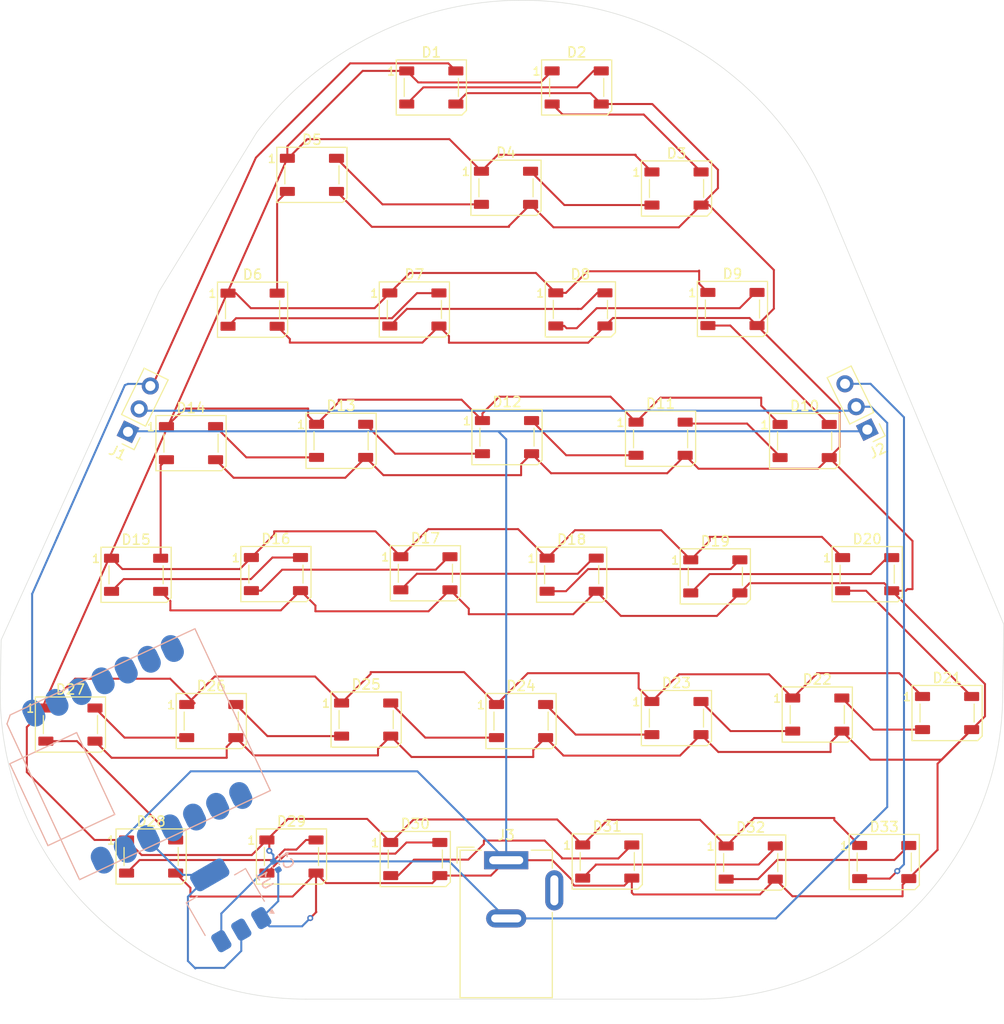
<source format=kicad_pcb>
(kicad_pcb (version 20241229) (generator "pcbnew") (generator_version "9.0")
  (layers (0 "F.Cu" signal) (2 "B.Cu" signal) (13 "F.Paste" user) (15 "B.Paste" user) (5 "F.SilkS" user "F.Silkscreen") (7 "B.SilkS" user "B.Silkscreen") (1 "F.Mask" user) (3 "B.Mask" user) (25 "Edge.Cuts" user))
  (net 0 "")
  (net 1 "GND")
  (net 2 "VCC")
  (net 3 "LEDs")
  (net 4 "Net-(D1-DOUT)")
  (net 5 "Net-(D2-DOUT)")
  (net 6 "Net-(D3-DOUT)")
  (net 7 "Net-(D4-DOUT)")
  (net 8 "Net-(D5-DOUT)")
  (net 9 "Net-(D6-DOUT)")
  (net 10 "Net-(D7-DOUT)")
  (net 11 "Net-(D8-DOUT)")
  (net 12 "Net-(D10-DIN)")
  (net 13 "Net-(D10-DOUT)")
  (net 14 "Net-(D11-DOUT)")
  (net 15 "Net-(D12-DOUT)")
  (net 16 "Net-(D13-DOUT)")
  (net 17 "Net-(D14-DOUT)")
  (net 18 "Net-(D15-DOUT)")
  (net 19 "Net-(D16-DOUT)")
  (net 20 "Net-(D17-DOUT)")
  (net 21 "Net-(D18-DOUT)")
  (net 22 "Net-(D19-DOUT)")
  (net 23 "Net-(D20-DOUT)")
  (net 24 "Net-(D21-DOUT)")
  (net 25 "Net-(D22-DOUT)")
  (net 26 "Net-(D23-DOUT)")
  (net 27 "Net-(D24-DOUT)")
  (net 28 "Net-(D25-DOUT)")
  (net 29 "Net-(D26-DOUT)")
  (net 30 "Net-(D27-DOUT)")
  (net 31 "Net-(D28-DOUT)")
  (net 32 "Net-(D29-DOUT)")
  (net 33 "Net-(D30-DOUT)")
  (net 34 "Net-(D31-DOUT)")
  (net 35 "Net-(D32-DOUT)")
  (net 36 "DO")
  (net 48 "+5V")
  (footprint "LED_SMD:LED_WS2812B_PLCC4_5.0x5.0mm_P3.2mm" (layer "F.Cu") (at 144.31 73.63)
    (property "Reference" "D7")
    (property "Value" "WS2812B")
  )
  (footprint "MountingHole:MountingHole_3.2mm_M3" (layer "F.Cu") (at 170.57 138.69)
    (property "Reference" "REF**" (hide yes))
    (property "Value" "MountingHole_3.2mm_M3")
  )
  (footprint "LED_SMD:LED_WS2812B_PLCC4_5.0x5.0mm_P3.2mm" (layer "F.Cu") (at 137 86.72)
    (property "Reference" "D13")
    (property "Value" "WS2812B")
  )
  (footprint "LED_SMD:LED_WS2812B_PLCC4_5.0x5.0mm_P3.2mm" (layer "F.Cu") (at 177.86 128.75)
    (property "Reference" "D32")
    (property "Value" "WS2812B")
  )
  (footprint "LED_SMD:LED_WS2812B_PLCC4_5.0x5.0mm_P3.2mm" (layer "F.Cu") (at 168.87 86.51)
    (property "Reference" "D11")
    (property "Value" "WS2812B")
  )
  (footprint "LED_SMD:LED_WS2812B_PLCC4_5.0x5.0mm_P3.2mm" (layer "F.Cu") (at 184.5 114)
    (property "Reference" "D22")
    (property "Value" "WS2812B")
  )
  (footprint "Connector_PinHeader_2.54mm:PinHeader_1x03_P2.54mm_Vertical" (layer "F.Cu") (at 189.493463 85.602937 -154)
    (property "Reference" "J2")
    (property "Value" "Conn_01x03")
  )
  (footprint "Connector_BarrelJack:BarrelJack_Wuerth_6941xx301002" (layer "F.Cu") (at 153.47 128.52)
    (property "Reference" "J3")
    (property "Value" "Barrel_Jack_Switch_Pin3Ring")
  )
  (footprint "LED_SMD:LED_WS2812B_PLCC4_5.0x5.0mm_P3.2mm" (layer "F.Cu") (at 132.05 128.15)
    (property "Reference" "D29")
    (property "Value" "WS2812B")
  )
  (footprint "LED_SMD:LED_WS2812B_PLCC4_5.0x5.0mm_P3.2mm" (layer "F.Cu") (at 145.41 99.92)
    (property "Reference" "D17")
    (property "Value" "WS2812B")
  )
  (footprint "LED_SMD:LED_WS2812B_PLCC4_5.0x5.0mm_P3.2mm" (layer "F.Cu") (at 160.87 73.62)
    (property "Reference" "D8")
    (property "Value" "WS2812B")
  )
  (footprint "LED_SMD:LED_WS2812B_PLCC4_5.0x5.0mm_P3.2mm" (layer "F.Cu") (at 189.48 100.01)
    (property "Reference" "D20")
    (property "Value" "WS2812B")
  )
  (footprint "MountingHole:MountingHole_3.2mm_M3" (layer "F.Cu") (at 153.34 46.59)
    (property "Reference" "REF**" (hide yes))
    (property "Value" "MountingHole_3.2mm_M3")
  )
  (footprint "LED_SMD:LED_WS2812B_PLCC4_5.0x5.0mm_P3.2mm" (layer "F.Cu") (at 170.45 114.35)
    (property "Reference" "D23")
    (property "Value" "WS2812B")
  )
  (footprint "LED_SMD:LED_WS2812B_PLCC4_5.0x5.0mm_P3.2mm" (layer "F.Cu") (at 153.45 61.5)
    (property "Reference" "D4")
    (property "Value" "WS2812B")
  )
  (footprint "LED_SMD:LED_WS2812B_PLCC4_5.0x5.0mm_P3.2mm" (layer "F.Cu") (at 174.33 100.23)
    (property "Reference" "D19")
    (property "Value" "WS2812B")
  )
  (footprint "LED_SMD:LED_WS2812B_PLCC4_5.0x5.0mm_P3.2mm" (layer "F.Cu") (at 154.95 114.65)
    (property "Reference" "D24")
    (property "Value" "WS2812B" (hide yes))
  )
  (footprint "LED_SMD:LED_WS2812B_PLCC4_5.0x5.0mm_P3.2mm" (layer "F.Cu") (at 110 115)
    (property "Reference" "D27")
    (property "Value" "WS2812B")
  )
  (footprint "LED_SMD:LED_WS2812B_PLCC4_5.0x5.0mm_P3.2mm" (layer "F.Cu") (at 153.55 86.35)
    (property "Reference" "D12")
    (property "Value" "WS2812B")
  )
  (footprint "LED_SMD:LED_WS2812B_PLCC4_5.0x5.0mm_P3.2mm" (layer "F.Cu") (at 144.4 128.4)
    (property "Reference" "D30")
    (property "Value" "WS2812B")
  )
  (footprint "LED_SMD:LED_WS2812B_PLCC4_5.0x5.0mm_P3.2mm" (layer "F.Cu") (at 160.5 51.5)
    (property "Reference" "D2")
    (property "Value" "WS2812B")
  )
  (footprint "LED_SMD:LED_WS2812B_PLCC4_5.0x5.0mm_P3.2mm" (layer "F.Cu") (at 134.09 60.21)
    (property "Reference" "D5")
    (property "Value" "WS2812B")
  )
  (footprint "LED_SMD:LED_WS2812B_PLCC4_5.0x5.0mm_P3.2mm" (layer "F.Cu") (at 191.18 128.7)
    (property "Reference" "D33")
    (property "Value" "WS2812B")
  )
  (footprint "LED_SMD:LED_WS2812B_PLCC4_5.0x5.0mm_P3.2mm" (layer "F.Cu") (at 118.05 128.15)
    (property "Reference" "D28")
    (property "Value" "WS2812B")
  )
  (footprint "LED_SMD:LED_WS2812B_PLCC4_5.0x5.0mm_P3.2mm" (layer "F.Cu") (at 130.5 100)
    (property "Reference" "D16")
    (property "Value" "WS2812B")
  )
  (footprint "LED_SMD:LED_WS2812B_PLCC4_5.0x5.0mm_P3.2mm" (layer "F.Cu") (at 170.46 61.57)
    (property "Reference" "D3")
    (property "Value" "WS2812B")
  )
  (footprint "LED_SMD:LED_WS2812B_PLCC4_5.0x5.0mm_P3.2mm" (layer "F.Cu") (at 163.55 128.65)
    (property "Reference" "D31")
    (property "Value" "WS2812B")
  )
  (footprint "LED_SMD:LED_WS2812B_PLCC4_5.0x5.0mm_P3.2mm" (layer "F.Cu") (at 122.03 86.95)
    (property "Reference" "D14")
    (property "Value" "WS2812B")
  )
  (footprint "LED_SMD:LED_WS2812B_PLCC4_5.0x5.0mm_P3.2mm" (layer "F.Cu") (at 146 51.5)
    (property "Reference" "D1")
    (property "Value" "WS2812B")
  )
  (footprint "LED_SMD:LED_WS2812B_PLCC4_5.0x5.0mm_P3.2mm" (layer "F.Cu") (at 124.05 114.65)
    (property "Reference" "D26")
    (property "Value" "WS2812B")
  )
  (footprint "LED_SMD:LED_WS2812B_PLCC4_5.0x5.0mm_P3.2mm" (layer "F.Cu") (at 183.24 86.74)
    (property "Reference" "D10")
    (property "Value" "WS2812B")
  )
  (footprint "LED_SMD:LED_WS2812B_PLCC4_5.0x5.0mm_P3.2mm" (layer "F.Cu") (at 176.04 73.58)
    (property "Reference" "D9")
    (property "Value" "WS2812B")
  )
  (footprint "LED_SMD:LED_WS2812B_PLCC4_5.0x5.0mm_P3.2mm" (layer "F.Cu") (at 116.55 100.07)
    (property "Reference" "D15")
    (property "Value" "WS2812B")
  )
  (footprint "LED_SMD:LED_WS2812B_PLCC4_5.0x5.0mm_P3.2mm" (layer "F.Cu") (at 160 100.06)
    (property "Reference" "D18")
    (property "Value" "WS2812B")
  )
  (footprint "LED_SMD:LED_WS2812B_PLCC4_5.0x5.0mm_P3.2mm" (layer "F.Cu") (at 197.45 113.85)
    (property "Reference" "D21")
    (property "Value" "WS2812B")
  )
  (footprint "MountingHole:MountingHole_3.2mm_M3" (layer "F.Cu") (at 136.8 137.51)
    (property "Reference" "Not M3" (hide yes))
    (property "Value" "MountingHole_3.2mm_M3")
  )
  (footprint "LED_SMD:LED_WS2812B_PLCC4_5.0x5.0mm_P3.2mm" (layer "F.Cu") (at 139.5 114.5)
    (property "Reference" "D25")
    (property "Value" "WS2812B")
  )
  (footprint "LED_SMD:LED_WS2812B_PLCC4_5.0x5.0mm_P3.2mm" (layer "F.Cu") (at 128.17 73.65)
    (property "Reference" "D6")
    (property "Value" "WS2812B")
  )
  (footprint "Connector_PinHeader_2.54mm:PinHeader_1x03_P2.54mm_Vertical" (layer "F.Cu") (at 115.743113 85.819455 154)
    (property "Reference" "J1")
    (property "Value" "Conn_01x03")
  )
  (footprint "Capacitor_SMD:C_0402_1005Metric" (layer "B.Cu") (at 130.49 129.05 120)
    (property "Reference" "C1")
    (property "Value" "1000uf")
  )
  (footprint "xiao ESP32C3_PCB:MOUDLE14P-SMD-2.54-21X17.8MM" (layer "B.Cu") (at 122.419411 105.44539 -65)
    (property "Reference" "U2" (hide yes))
    (property "Value" "MOUDLE-SEEEDUINO-XIAO-ESP32C3")
  )
  (footprint "Package_TO_SOT_SMD:SOT-223-3_TabPin2" (layer "B.Cu") (at 125.47 132.71 120)
    (property "Reference" "U1")
    (property "Value" "AMS1117-3.3")
  )
  (gr_line (start 131.66 58.51) (end 107.18 113.365051) (stroke (width 0.2)) (layer "F.Cu") (net 48))
  (gr_line (start 118.39 80.76) (end 128.5 58.5) (stroke (width 0.2)) (layer "F.Cu") (net 3))
  (gr_line (start 108.67 96.38) (end 109.35 94.86) (stroke (width 0.2)) (layer "B.Cu") (net 3))
  (gr_line (start 203 111.86) (end 203.11 105.03) (stroke (width 0.05)) (layer "Edge.Cuts"))
  (gr_arc (start 203 111.865053) (mid 194.066757 133.43181) (end 172.5 142.365053) (stroke (width 0.05)) (layer "Edge.Cuts"))
  (gr_arc (start 128.57 56) (mid 159.524452 43.112592) (end 185.891627 63.825765) (stroke (width 0.05)) (layer "Edge.Cuts"))
  (gr_line (start 172.5 142.365053) (end 133.5 142.365053) (stroke (width 0.05)) (layer "Edge.Cuts"))
  (gr_line (start 203.11 105.03) (end 185.891627 63.825765) (stroke (width 0.05)) (layer "Edge.Cuts"))
  (gr_line (start 118.84 71.83) (end 103.09 106.57) (stroke (width 0.05)) (layer "Edge.Cuts"))
  (gr_arc (start 133.5 142.365053) (mid 111.933243 133.43181) (end 103 111.865053) (stroke (width 0.05)) (layer "Edge.Cuts"))
  (gr_line (start 118.84 71.83) (end 128.570001 56) (stroke (width 0.05)) (layer "Edge.Cuts"))
  (gr_line (start 103.09 106.57) (end 103 111.86) (stroke (width 0.05)) (layer "Edge.Cuts"))
  (segment (start 131.89 76.93) (end 145.11 76.93) (width 0.2) (layer "F.Cu") (net 1))
  (segment (start 160.049 130.50053) (end 160.049 130.824452) (width 0.2) (layer "F.Cu") (net 1))
  (segment (start 121.97 132.14) (end 132.16 132.14) (width 0.2) (layer "F.Cu") (net 1))
  (segment (start 134.5 129.8) (end 135.501 130.801) (width 0.2) (layer "F.Cu") (net 1))
  (segment (start 140.68 118.07) (end 140.68 117.42) (width 0.2) (layer "F.Cu") (net 1))
  (segment (start 156.17 118.23) (end 156.17 117.53) (width 0.2) (layer "F.Cu") (net 1))
  (segment (start 191.179 100.909) (end 191.93 101.66) (width 0.2) (layer "F.Cu") (net 1))
  (segment (start 148.45 53.15) (end 149.53 52.07) (width 0.2) (layer "F.Cu") (net 1))
  (segment (start 121.97 131.27) (end 121.97 132.14) (width 0.2) (layer "F.Cu") (net 1))
  (segment (start 153.75 65.3) (end 153.75 65.39) (width 0.2) (layer "F.Cu") (net 1))
  (segment (start 125.59 117.21) (end 126.5 116.3) (width 0.2) (layer "F.Cu") (net 1))
  (segment (start 189.8 118.5) (end 196.9 118.5) (width 0.2) (layer "F.Cu") (net 1))
  (segment (start 124.48 88.6) (end 126.28 90.4) (width 0.2) (layer "F.Cu") (net 1))
  (segment (start 193.34 101.66) (end 191.93 101.66) (width 0.2) (layer "F.Cu") (net 1))
  (segment (start 201.229021 110.959021) (end 191.93 101.66) (width 0.2) (layer "F.Cu") (net 1))
  (segment (start 184.58 89.5) (end 185.69 88.39) (width 0.2) (layer "F.Cu") (net 1))
  (segment (start 194 101.5) (end 193.5 101.5) (width 0.2) (layer "F.Cu") (net 1))
  (segment (start 161.87 52.07) (end 162.95 53.15) (width 0.2) (layer "F.Cu") (net 1))
  (segment (start 147.76 76.28) (end 146.76 75.28) (width 0.2) (layer "F.Cu") (net 1))
  (segment (start 137.42 90.4) (end 139.45 88.37) (width 0.2) (layer "F.Cu") (net 1))
  (segment (start 164.91 104.17) (end 162.45 101.71) (width 0.2) (layer "F.Cu") (net 1))
  (segment (start 182.02 132.11) (end 193.01 132.11) (width 0.2) (layer "F.Cu") (net 1))
  (segment (start 156 88) (end 157.95 89.95) (width 0.2) (layer "F.Cu") (net 1))
  (segment (start 144.03 118.23) (end 156.17 118.23) (width 0.2) (layer "F.Cu") (net 1))
  (segment (start 199.9 115.5) (end 201.229021 114.170979) (width 0.2) (layer "F.Cu") (net 1))
  (segment (start 151.94 130.05) (end 153.47 128.52) (width 0.2) (layer "F.Cu") (net 1))
  (segment (start 172.9 116) (end 174.63 117.73) (width 0.2) (layer "F.Cu") (net 1))
  (segment (start 186.741 83.481) (end 186.741 87.339) (width 0.2) (layer "F.Cu") (net 1))
  (segment (start 161.65 76.94) (end 147.76 76.94) (width 0.2) (layer "F.Cu") (net 1))
  (segment (start 162.95 53.15) (end 168.04 53.15) (width 0.2) (layer "F.Cu") (net 1))
  (segment (start 159.18 118.08) (end 159.18 118.09) (width 0.2) (layer "F.Cu") (net 1))
  (segment (start 130.62 75.3) (end 131.89 76.57) (width 0.2) (layer "F.Cu") (net 1))
  (segment (start 174.49 104.17) (end 164.91 104.17) (width 0.2) (layer "F.Cu") (net 1))
  (segment (start 132.16 132.14) (end 134.5 129.8) (width 0.2) (layer "F.Cu") (net 1))
  (segment (start 157.95 89.95) (end 169.53 89.95) (width 0.2) (layer "F.Cu") (net 1))
  (segment (start 196.5 127.5) (end 196.48 127.5) (width 0.2) (layer "F.Cu") (net 1))
  (segment (start 141.95 116.15) (end 144.03 118.23) (width 0.2) (layer "F.Cu") (net 1))
  (segment (start 149.74 104) (end 149.74 103.45) (width 0.2) (layer "F.Cu") (net 1))
  (segment (start 133.925 134.285) (end 134.53 133.68) (width 0.2) (layer "F.Cu") (net 1))
  (segment (start 158.19 65.44) (end 155.9 63.15) (width 0.2) (layer "F.Cu") (net 1))
  (segment (start 140.68 117.42) (end 141.95 116.15) (width 0.2) (layer "F.Cu") (net 1))
  (segment (start 155.9 63.15) (end 153.75 65.3) (width 0.2) (layer "F.Cu") (net 1))
  (segment (start 174.63 117.73) (end 185.83 117.73) (width 0.2) (layer "F.Cu") (net 1))
  (segment (start 172.66 89.5) (end 184.58 89.5) (width 0.2) (layer "F.Cu") (net 1))
  (segment (start 112.45 116.65) (end 114.11 118.31) (width 0.2) (layer "F.Cu") (net 1))
  (segment (start 154.96 89.04) (end 156 88) (width 0.2) (layer "F.Cu") (net 1))
  (segment (start 134.44 103.14) (end 132.95 101.65) (width 0.2) (layer "F.Cu") (net 1))
  (segment (start 169.53 89.95) (end 171.32 88.16) (width 0.2) (layer "F.Cu") (net 1))
  (segment (start 132.95 101.65) (end 130.98 103.62) (width 0.2) (layer "F.Cu") (net 1))
  (segment (start 158.06847 128.52) (end 160.049 130.50053) (width 0.2) (layer "F.Cu") (net 1))
  (segment (start 160.16 104) (end 149.74 104) (width 0.2) (layer "F.Cu") (net 1))
  (segment (start 186.741 87.339) (end 185.69 88.39) (width 0.2) (layer "F.Cu") (net 1))
  (segment (start 180.31 130.4) (end 178.78 131.93) (width 0.2) (layer "F.Cu") (net 1))
  (segment (start 145.72 103.71) (end 134.44 103.71) (width 0.2) (layer "F.Cu") (net 1))
  (segment (start 180.17 69.69) (end 180.17 73.55) (width 0.2) (layer "F.Cu") (net 1))
  (segment (start 126.28 90.4) (end 137.42 90.4) (width 0.2) (layer "F.Cu") (net 1))
  (segment (start 193.5 101.5) (end 193.34 101.66) (width 0.2) (layer "F.Cu") (net 1))
  (segment (start 199.9 115.5) (end 196.5 118.9) (width 0.2) (layer "F.Cu") (net 1))
  (segment (start 160.049 130.824452) (end 160.275548 131.051) (width 0.2) (layer "F.Cu") (net 1))
  (segment (start 196.9 118.5) (end 199.9 115.5) (width 0.2) (layer "F.Cu") (net 1))
  (segment (start 185.69 88.39) (end 194 96.7) (width 0.2) (layer "F.Cu") (net 1))
  (segment (start 164.111 74.479) (end 177.739 74.479) (width 0.2) (layer "F.Cu") (net 1))
  (segment (start 153.75 65.39) (end 140.07 65.39) (width 0.2) (layer "F.Cu") (net 1))
  (segment (start 176.78 101.88) (end 174.49 104.17) (width 0.2) (layer "F.Cu") (net 1))
  (segment (start 154.96 90.14) (end 154.96 89.04) (width 0.2) (layer "F.Cu") (net 1))
  (segment (start 178.78 131.93) (end 166.18 131.93) (width 0.2) (layer "F.Cu") (net 1))
  (segment (start 134.5 133.65) (end 134.5 129.8) (width 0.2) (layer "F.Cu") (net 1))
  (segment (start 185.83 117.73) (end 185.83 116.77) (width 0.2) (layer "F.Cu") (net 1))
  (segment (start 193.01 130.97) (end 193.63 130.35) (width 0.2) (layer "F.Cu") (net 1))
  (segment (start 131.89 76.57) (end 131.89 76.93) (width 0.2) (layer "F.Cu") (net 1))
  (segment (start 177.739 74.479) (end 178.49 75.23) (width 0.2) (layer "F.Cu") (net 1))
  (segment (start 139.45 88.37) (end 141.22 90.14) (width 0.2) (layer "F.Cu") (net 1))
  (segment (start 126.5 116.3) (end 128.27 118.07) (width 0.2) (layer "F.Cu") (net 1))
  (segment (start 114.11 118.31) (end 125.59 118.31) (width 0.2) (layer "F.Cu") (net 1))
  (segment (start 201.229021 114.170979) (end 201.229021 110.959021) (width 0.2) (layer "F.Cu") (net 1))
  (segment (start 162.45 101.71) (end 160.16 104) (width 0.2) (layer "F.Cu") (net 1))
  (segment (start 193.01 132.11) (end 193.01 130.97) (width 0.2) (layer "F.Cu") (net 1))
  (segment (start 130.98 103.62) (end 119.97 103.62) (width 0.2) (layer "F.Cu") (net 1))
  (segment (start 134.53 133.68) (end 134.5 133.65) (width 0.2) (layer "F.Cu") (net 1))
  (segment (start 166.18 131.93) (end 166 131.75) (width 0.2) (layer "F.Cu") (net 1))
  (segment (start 173.7 63.22) (end 180.17 69.69) (width 0.2) (layer "F.Cu") (net 1))
  (segment (start 166 131.75) (end 166 130.3) (width 0.2) (layer "F.Cu") (net 1))
  (segment (start 140.07 65.39) (end 136.54 61.86) (width 0.2) (layer "F.Cu") (net 1))
  (segment (start 171.32 88.16) (end 172.66 89.5) (width 0.2) (layer "F.Cu") (net 1))
  (segment (start 176.78 101.88) (end 177.751 100.909) (width 0.2) (layer "F.Cu") (net 1))
  (segment (start 135.501 130.801) (end 146.099 130.801) (width 0.2) (layer "F.Cu") (net 1))
  (segment (start 141.22 90.14) (end 154.96 90.14) (width 0.2) (layer "F.Cu") (net 1))
  (segment (start 149.53 52.07) (end 161.87 52.07) (width 0.2) (layer "F.Cu") (net 1))
  (segment (start 196.5 118.9) (end 196.5 127.5) (width 0.2) (layer "F.Cu") (net 1))
  (segment (start 186.95 115.65) (end 189.8 118.5) (width 0.2) (layer "F.Cu") (net 1))
  (segment (start 196.48 127.5) (end 193.63 130.35) (width 0.2) (layer "F.Cu") (net 1))
  (segment (start 180.17 73.55) (end 178.49 75.23) (width 0.2) (layer "F.Cu") (net 1))
  (segment (start 146.85 130.05) (end 151.94 130.05) (width 0.2) (layer "F.Cu") (net 1))
  (segment (start 170.81 118.09) (end 172.9 116) (width 0.2) (layer "F.Cu") (net 1))
  (segment (start 153.47 128.52) (end 158.06847 128.52) (width 0.2) (layer "F.Cu") (net 1))
  (segment (start 185.83 116.77) (end 186.95 115.65) (width 0.2) (layer "F.Cu") (net 1))
  (segment (start 180.31 130.4) (end 182.02 132.11) (width 0.2) (layer "F.Cu") (net 1))
  (segment (start 125.59 118.31) (end 125.59 117.21) (width 0.2) (layer "F.Cu") (net 1))
  (segment (start 149.74 103.45) (end 147.86 101.57) (width 0.2) (layer "F.Cu") (net 1))
  (segment (start 134.44 103.71) (end 134.44 103.14) (width 0.2) (layer "F.Cu") (net 1))
  (segment (start 160.275548 131.051) (end 165.249 131.051) (width 0.2) (layer "F.Cu") (net 1))
  (segment (start 163.32 75.27) (end 164.111 74.479) (width 0.2) (layer "F.Cu") (net 1))
  (segment (start 145.11 76.93) (end 146.76 75.28) (width 0.2) (layer "F.Cu") (net 1))
  (segment (start 170.69 65.44) (end 158.19 65.44) (width 0.2) (layer "F.Cu") (net 1))
  (segment (start 177.751 100.909) (end 191.179 100.909) (width 0.2) (layer "F.Cu") (net 1))
  (segment (start 172.91 63.22) (end 170.69 65.44) (width 0.2) (layer "F.Cu") (net 1))
  (segment (start 159.18 118.09) (end 170.81 118.09) (width 0.2) (layer "F.Cu") (net 1))
  (segment (start 157.4 116.3) (end 159.18 118.08) (width 0.2) (layer "F.Cu") (net 1))
  (segment (start 174.59 61.54) (end 172.91 63.22) (width 0.2) (layer "F.Cu") (net 1))
  (segment (start 128.27 118.07) (end 140.68 118.07) (width 0.2) (layer "F.Cu") (net 1))
  (segment (start 119.97 103.62) (end 119.97 102.69) (width 0.2) (layer "F.Cu") (net 1))
  (segment (start 174.59 59.7) (end 174.59 61.54) (width 0.2) (layer "F.Cu") (net 1))
  (segment (start 119.97 102.69) (end 119 101.72) (width 0.2) (layer "F.Cu") (net 1))
  (segment (start 146.099 130.801) (end 146.85 130.05) (width 0.2) (layer "F.Cu") (net 1))
  (segment (start 156.17 117.53) (end 157.4 116.3) (width 0.2) (layer "F.Cu") (net 1))
  (segment (start 168.04 53.15) (end 174.59 59.7) (width 0.2) (layer "F.Cu") (net 1))
  (segment (start 165.249 131.051) (end 166 130.3) (width 0.2) (layer "F.Cu") (net 1))
  (segment (start 147.86 101.57) (end 145.72 103.71) (width 0.2) (layer "F.Cu") (net 1))
  (segment (start 194 96.7) (end 194 101.5) (width 0.2) (layer "F.Cu") (net 1))
  (segment (start 120.5 129.8) (end 121.97 131.27) (width 0.2) (layer "F.Cu") (net 1))
  (segment (start 172.91 63.22) (end 173.7 63.22) (width 0.2) (layer "F.Cu") (net 1))
  (segment (start 178.49 75.23) (end 186.741 83.481) (width 0.2) (layer "F.Cu") (net 1))
  (segment (start 147.76 76.94) (end 147.76 76.28) (width 0.2) (layer "F.Cu") (net 1))
  (segment (start 163.32 75.27) (end 161.65 76.94) (width 0.2) (layer "F.Cu") (net 1))
  (via (at 133.925 134.285) (size 0.6) (drill 0.3) (layers "F.Cu" "B.Cu") (net 1))
  (segment (start 133.1 135.11) (end 129.858878 135.11) (width 0.2) (layer "B.Cu") (net 1))
  (segment (start 133.13 135.08) (end 133.1 135.11) (width 0.2) (layer "B.Cu") (net 1))
  (segment (start 153.47 128.52) (end 153.47 86.569455) (width 0.2) (layer "B.Cu") (net 1))
  (segment (start 152.67 85.769455) (end 116.623658 85.769455) (width 0.2) (layer "B.Cu") (net 1))
  (segment (start 153.47 86.569455) (end 152.67 85.769455) (width 0.2) (layer "B.Cu") (net 1))
  (segment (start 153.47 128.52) (end 144.61 119.66) (width 0.2) (layer "B.Cu") (net 1))
  (segment (start 144.61 119.66) (end 121.99958 119.66) (width 0.2) (layer "B.Cu") (net 1))
  (segment (start 116.623658 85.769455) (end 116.393113 86) (width 0.2) (layer "B.Cu") (net 1))
  (segment (start 121.99958 119.66) (end 115.314235 126.345345) (width 0.2) (layer "B.Cu") (net 1))
  (segment (start 189.606888 85.769455) (end 152.67 85.769455) (width 0.2) (layer "B.Cu") (net 1))
  (segment (start 129.858878 135.11) (end 129.036858 134.28798) (width 0.2) (layer "B.Cu") (net 1))
  (segment (start 130.73 129.465692) (end 130.73 132.594838) (width 0.2) (layer "B.Cu") (net 1))
  (segment (start 130.73 132.594838) (end 129.036858 134.28798) (width 0.2) (layer "B.Cu") (net 1))
  (segment (start 115.314235 126.345345) (end 115.314235 127.461625) (width 0.2) (layer "B.Cu") (net 1))
  (segment (start 133.925 134.285) (end 133.13 135.08) (width 0.2) (layer "B.Cu") (net 1))
  (segment (start 122.46 139.3) (end 121.72 138.56) (width 0.2) (layer "B.Cu") (net 2))
  (segment (start 122.51 139.25) (end 122.46 139.3) (width 0.2) (layer "B.Cu") (net 2))
  (segment (start 127.045 135.43798) (end 127.045 137.555) (width 0.2) (layer "B.Cu") (net 2))
  (segment (start 117.616257 126.388175) (end 121.210102 129.98202) (width 0.2) (layer "B.Cu") (net 2))
  (segment (start 121.210102 129.98202) (end 123.895 129.98202) (width 0.2) (layer "B.Cu") (net 2))
  (segment (start 127.045 137.555) (end 125.35 139.25) (width 0.2) (layer "B.Cu") (net 2))
  (segment (start 121.72 132.15702) (end 123.895 129.98202) (width 0.2) (layer "B.Cu") (net 2))
  (segment (start 125.35 139.25) (end 122.51 139.25) (width 0.2) (layer "B.Cu") (net 2))
  (segment (start 121.72 138.56) (end 121.72 132.15702) (width 0.2) (layer "B.Cu") (net 2))
  (segment (start 148.45 49.85) (end 147.699 49.099) (width 0.2) (layer "F.Cu") (net 3))
  (segment (start 147.699 49.099) (end 137.901 49.099) (width 0.2) (layer "F.Cu") (net 3))
  (segment (start 129 58) (end 128.5 58.5) (width 0.2) (layer "F.Cu") (net 3))
  (segment (start 137.901 49.099) (end 129 58) (width 0.2) (layer "F.Cu") (net 3))
  (segment (start 106.180589 101.966233) (end 106.198411 101.948411) (width 0.2) (layer "B.Cu") (net 3))
  (segment (start 106.180589 113.88461) (end 106.180589 101.966233) (width 0.2) (layer "B.Cu") (net 3))
  (segment (start 109.345208 94.864792) (end 115.430966 81.165406) (width 0.2) (layer "B.Cu") (net 3))
  (segment (start 118.232012 81.0461) (end 118.620038 81.434126) (width 0.2) (layer "B.Cu") (net 3))
  (segment (start 115.741002 81.0461) (end 118.232012 81.0461) (width 0.2) (layer "B.Cu") (net 3))
  (segment (start 106.198411 101.948411) (end 108.71 96.294682) (width 0.2) (layer "B.Cu") (net 3))
  (segment (start 115.430966 81.165406) (end 115.741002 81.0461) (width 0.2) (layer "B.Cu") (net 3))
  (segment (start 145.21 51.49) (end 160.54 51.49) (width 0.2) (layer "F.Cu") (net 4))
  (segment (start 160.54 51.49) (end 162.18 49.85) (width 0.2) (layer "F.Cu") (net 4))
  (segment (start 143.55 53.15) (end 145.21 51.49) (width 0.2) (layer "F.Cu") (net 4))
  (segment (start 162.18 49.85) (end 162.95 49.85) (width 0.2) (layer "F.Cu") (net 4))
  (segment (start 158.05 53.15) (end 159.1 54.2) (width 0.2) (layer "F.Cu") (net 5))
  (segment (start 159.1 54.2) (end 167.19 54.2) (width 0.2) (layer "F.Cu") (net 5))
  (segment (start 167.19 54.2) (end 172.91 59.92) (width 0.2) (layer "F.Cu") (net 5))
  (segment (start 168.01 63.22) (end 159.27 63.22) (width 0.2) (layer "F.Cu") (net 6))
  (segment (start 159.27 63.22) (end 155.9 59.85) (width 0.2) (layer "F.Cu") (net 6))
  (segment (start 151 63.15) (end 141.13 63.15) (width 0.2) (layer "F.Cu") (net 7))
  (segment (start 141.13 63.15) (end 136.54 58.56) (width 0.2) (layer "F.Cu") (net 7))
  (segment (start 130.62 62.88) (end 130.62 72) (width 0.2) (layer "F.Cu") (net 8))
  (segment (start 131.64 61.86) (end 130.62 62.88) (width 0.2) (layer "F.Cu") (net 8))
  (segment (start 126.52 74.5) (end 142.0729 74.5) (width 0.2) (layer "F.Cu") (net 9))
  (segment (start 142.0729 74.5) (end 144.5729 72) (width 0.2) (layer "F.Cu") (net 9))
  (segment (start 125.72 75.3) (end 126.52 74.5) (width 0.2) (layer "F.Cu") (net 9))
  (segment (start 146.98 72) (end 147.28 71.7) (width 0.2) (layer "F.Cu") (net 9))
  (segment (start 144.5729 72) (end 146.98 72) (width 0.2) (layer "F.Cu") (net 9))
  (segment (start 160.62 73.57) (end 160.96 73.57) (width 0.2) (layer "F.Cu") (net 10))
  (segment (start 162.56 71.97) (end 163.32 71.97) (width 0.2) (layer "F.Cu") (net 10))
  (segment (start 141.86 75.28) (end 143.57 73.57) (width 0.2) (layer "F.Cu") (net 10))
  (segment (start 160.96 73.57) (end 162.56 71.97) (width 0.2) (layer "F.Cu") (net 10))
  (segment (start 143.57 73.57) (end 160.62 73.57) (width 0.2) (layer "F.Cu") (net 10))
  (segment (start 176.76 73.5) (end 162.5 73.5) (width 0.2) (layer "F.Cu") (net 11))
  (segment (start 160.5 75.5) (end 159.5 75.5) (width 0.2) (layer "F.Cu") (net 11))
  (segment (start 159.27 75.27) (end 158.42 75.27) (width 0.2) (layer "F.Cu") (net 11))
  (segment (start 178.41 71.85) (end 176.76 73.5) (width 0.2) (layer "F.Cu") (net 11))
  (segment (start 162.5 73.5) (end 160.5 75.5) (width 0.2) (layer "F.Cu") (net 11))
  (segment (start 159.5 75.5) (end 159.27 75.27) (width 0.2) (layer "F.Cu") (net 11))
  (segment (start 173.59 75.23) (end 175.83 75.23) (width 0.2) (layer "F.Cu") (net 12))
  (segment (start 175.83 75.23) (end 185.69 85.09) (width 0.2) (layer "F.Cu") (net 12))
  (segment (start 180.79 88.29) (end 177.5 85) (width 0.2) (layer "F.Cu") (net 13))
  (segment (start 177.5 85) (end 171.46 85) (width 0.2) (layer "F.Cu") (net 13))
  (segment (start 180.79 88.39) (end 180.79 88.29) (width 0.2) (layer "F.Cu") (net 13))
  (segment (start 171.46 85) (end 171.32 84.86) (width 0.2) (layer "F.Cu") (net 13))
  (segment (start 166.42 88.16) (end 159.46 88.16) (width 0.2) (layer "F.Cu") (net 14))
  (segment (start 159.46 88.16) (end 156 84.7) (width 0.2) (layer "F.Cu") (net 14))
  (segment (start 151.1 88) (end 142.38 88) (width 0.2) (layer "F.Cu") (net 15))
  (segment (start 142.38 88) (end 139.45 85.07) (width 0.2) (layer "F.Cu") (net 15))
  (segment (start 127.55 88.37) (end 124.48 85.3) (width 0.2) (layer "F.Cu") (net 16))
  (segment (start 134.55 88.37) (end 127.55 88.37) (width 0.2) (layer "F.Cu") (net 16))
  (segment (start 119.58 88.6) (end 119 89.18) (width 0.2) (layer "F.Cu") (net 17))
  (segment (start 119 89.18) (end 119 98.42) (width 0.2) (layer "F.Cu") (net 17))
  (segment (start 128 100.5) (end 130.15 98.35) (width 0.2) (layer "F.Cu") (net 18))
  (segment (start 130.15 98.35) (end 132.95 98.35) (width 0.2) (layer "F.Cu") (net 18))
  (segment (start 114.1 101.72) (end 115.32 100.5) (width 0.2) (layer "F.Cu") (net 18))
  (segment (start 115.32 100.5) (end 128 100.5) (width 0.2) (layer "F.Cu") (net 18))
  (segment (start 128.05 101.65) (end 129.04 101.65) (width 0.2) (layer "F.Cu") (net 19))
  (segment (start 129.04 101.65) (end 131.129 99.561) (width 0.2) (layer "F.Cu") (net 19))
  (segment (start 146.439 99.561) (end 148 98) (width 0.2) (layer "F.Cu") (net 19))
  (segment (start 131.129 99.561) (end 146.439 99.561) (width 0.2) (layer "F.Cu") (net 19))
  (segment (start 160.6 99.97) (end 162.45 98.12) (width 0.2) (layer "F.Cu") (net 20))
  (segment (start 144.56 99.97) (end 160.6 99.97) (width 0.2) (layer "F.Cu") (net 20))
  (segment (start 142.96 101.57) (end 144.56 99.97) (width 0.2) (layer "F.Cu") (net 20))
  (segment (start 157.55 101.71) (end 159.4271 101.71) (width 0.2) (layer "F.Cu") (net 21))
  (segment (start 161.6371 99.5) (end 175.86 99.5) (width 0.2) (layer "F.Cu") (net 21))
  (segment (start 159.4271 101.71) (end 161.6371 99.5) (width 0.2) (layer "F.Cu") (net 21))
  (segment (start 175.86 99.5) (end 176.78 98.58) (width 0.2) (layer "F.Cu") (net 21))
  (segment (start 173.76 100) (end 189.84 100) (width 0.2) (layer "F.Cu") (net 22))
  (segment (start 189.84 100) (end 191.28 98.56) (width 0.2) (layer "F.Cu") (net 22))
  (segment (start 171.88 101.88) (end 173.76 100) (width 0.2) (layer "F.Cu") (net 22))
  (segment (start 191.28 98.56) (end 192.31 98.56) (width 0.2) (layer "F.Cu") (net 22))
  (segment (start 189.36 101.66) (end 199.9 112.2) (width 0.2) (layer "F.Cu") (net 23))
  (segment (start 187.03 101.66) (end 189.36 101.66) (width 0.2) (layer "F.Cu") (net 23))
  (segment (start 190.1 115.5) (end 186.95 112.35) (width 0.2) (layer "F.Cu") (net 24))
  (segment (start 195 115.5) (end 190.1 115.5) (width 0.2) (layer "F.Cu") (net 24))
  (segment (start 175.85 115.65) (end 172.9 112.7) (width 0.2) (layer "F.Cu") (net 25))
  (segment (start 182.05 115.65) (end 175.85 115.65) (width 0.2) (layer "F.Cu") (net 25))
  (segment (start 160.4 116) (end 157.4 113) (width 0.2) (layer "F.Cu") (net 26))
  (segment (start 168 116) (end 160.4 116) (width 0.2) (layer "F.Cu") (net 26))
  (segment (start 152.5 116.3) (end 145.4 116.3) (width 0.2) (layer "F.Cu") (net 27))
  (segment (start 145.4 116.3) (end 141.95 112.85) (width 0.2) (layer "F.Cu") (net 27))
  (segment (start 137.05 116.15) (end 129.65 116.15) (width 0.2) (layer "F.Cu") (net 28))
  (segment (start 129.65 116.15) (end 126.5 113) (width 0.2) (layer "F.Cu") (net 28))
  (segment (start 121.6 116.3) (end 115.4 116.3) (width 0.2) (layer "F.Cu") (net 29))
  (segment (start 115.4 116.3) (end 112.45 113.35) (width 0.2) (layer "F.Cu") (net 29))
  (segment (start 110.65 116.65) (end 120.5 126.5) (width 0.2) (layer "F.Cu") (net 30))
  (segment (start 107.55 116.65) (end 110.65 116.65) (width 0.2) (layer "F.Cu") (net 30))
  (segment (start 131.139 127.6939) (end 131.3739 127.459) (width 0.2) (layer "F.Cu") (net 31))
  (segment (start 133.5 126.5) (end 134.5 126.5) (width 0.2) (layer "F.Cu") (net 31))
  (segment (start 131.7061 127.459) (end 132.541 127.459) (width 0.2) (layer "F.Cu") (net 31))
  (segment (start 132.541 127.459) (end 133.5 126.5) (width 0.2) (layer "F.Cu") (net 31))
  (segment (start 130.3329 128.5) (end 131.139 127.6939) (width 0.2) (layer "F.Cu") (net 31))
  (segment (start 115.6 129.8) (end 116.9 128.5) (width 0.2) (layer "F.Cu") (net 31))
  (segment (start 131.3739 127.459) (end 131.7061 127.459) (width 0.2) (layer "F.Cu") (net 31))
  (segment (start 116.9 128.5) (end 130.3329 128.5) (width 0.2) (layer "F.Cu") (net 31))
  (segment (start 131.54 127.86) (end 142.415452 127.86) (width 0.2) (layer "F.Cu") (net 32))
  (segment (start 142.415452 127.86) (end 143.525452 126.75) (width 0.2) (layer "F.Cu") (net 32))
  (segment (start 143.525452 126.75) (end 146.85 126.75) (width 0.2) (layer "F.Cu") (net 32))
  (segment (start 129.6 129.8) (end 131.54 127.86) (width 0.2) (layer "F.Cu") (net 32))
  (segment (start 141.95 130.05) (end 142.69 130.05) (width 0.2) (layer "F.Cu") (net 33))
  (segment (start 149.69 128.46) (end 151.24 126.91) (width 0.2) (layer "F.Cu") (net 33))
  (segment (start 151.24 126.56) (end 157.304548 126.56) (width 0.2) (layer "F.Cu") (net 33))
  (segment (start 164.66 128.34) (end 166 127) (width 0.2) (layer "F.Cu") (net 33))
  (segment (start 159.03 128.34) (end 164.66 128.34) (width 0.2) (layer "F.Cu") (net 33))
  (segment (start 159.03 128.285452) (end 159.03 128.34) (width 0.2) (layer "F.Cu") (net 33))
  (segment (start 157.304548 126.56) (end 159.03 128.285452) (width 0.2) (layer "F.Cu") (net 33))
  (segment (start 142.69 130.05) (end 144.28 128.46) (width 0.2) (layer "F.Cu") (net 33))
  (segment (start 144.28 128.46) (end 149.69 128.46) (width 0.2) (layer "F.Cu") (net 33))
  (segment (start 151.24 126.91) (end 151.24 126.56) (width 0.2) (layer "F.Cu") (net 33))
  (segment (start 162.4 129) (end 162.4 128.951) (width 0.2) (layer "F.Cu") (net 34))
  (segment (start 162.4 128.951) (end 178.649 128.951) (width 0.2) (layer "F.Cu") (net 34))
  (segment (start 178.649 128.951) (end 180.9 126.7) (width 0.2) (layer "F.Cu") (net 34))
  (segment (start 161.1 130.3) (end 162.4 129) (width 0.2) (layer "F.Cu") (net 34))
  (segment (start 178.585452 130.4) (end 180.495452 128.49) (width 0.2) (layer "F.Cu") (net 35))
  (segment (start 192.19 128.49) (end 193.95 126.73) (width 0.2) (layer "F.Cu") (net 35))
  (segment (start 193.95 126.73) (end 193.95 126.7) (width 0.2) (layer "F.Cu") (net 35))
  (segment (start 180.495452 128.49) (end 192.19 128.49) (width 0.2) (layer "F.Cu") (net 35))
  (segment (start 175.41 130.4) (end 178.585452 130.4) (width 0.2) (layer "F.Cu") (net 35))
  (segment (start 188.73 130.35) (end 191.73 130.35) (width 0.2) (layer "F.Cu") (net 36))
  (segment (start 191.73 130.35) (end 192.48 129.6) (width 0.2) (layer "F.Cu") (net 36))
  (via (at 192.48 129.6) (size 0.6) (drill 0.3) (layers "F.Cu" "B.Cu") (net 36))
  (segment (start 189.817063 81.037063) (end 187.266538 81.037063) (width 0.2) (layer "B.Cu") (net 36))
  (segment (start 192.48 129.6) (end 193.15 128.93) (width 0.2) (layer "B.Cu") (net 36))
  (segment (start 193.15 84.37) (end 189.817063 81.037063) (width 0.2) (layer "B.Cu") (net 36))
  (segment (start 193.15 128.93) (end 193.15 84.37) (width 0.2) (layer "B.Cu") (net 36))
  (segment (start 119.58 85.3) (end 121.38 83.5) (width 0.2) (layer "F.Cu") (net 48))
  (segment (start 129.84 126.74) (end 129.6 126.5) (width 0.2) (layer "F.Cu") (net 48))
  (segment (start 128.05 98.35) (end 130.33 96.07) (width 0.2) (layer "F.Cu") (net 48))
  (segment (start 188.73 127.05) (end 186.2 124.52) (width 0.2) (layer "F.Cu") (net 48))
  (segment (start 156.9 51) (end 158.05 49.85) (width 0.2) (layer "F.Cu") (net 48))
  (segment (start 105.65 115.25) (end 107.55 113.35) (width 0.2) (layer "F.Cu") (net 48))
  (segment (start 166.68 111.38) (end 168 112.7) (width 0.2) (layer "F.Cu") (net 48))
  (segment (start 163.88 82.32) (end 166.42 84.86) (width 0.2) (layer "F.Cu") (net 48))
  (segment (start 170.71 109.99) (end 179.69 109.99) (width 0.2) (layer "F.Cu") (net 48))
  (segment (start 110.47 110.43) (end 119.95 110.43) (width 0.2) (layer "F.Cu") (net 48))
  (segment (start 134.55 85.07) (end 136.76 82.86) (width 0.2) (layer "F.Cu") (net 48))
  (segment (start 149.27 109.77) (end 152.5 113) (width 0.2) (layer "F.Cu") (net 48))
  (segment (start 130.33 96.07) (end 130.33 95.74) (width 0.2) (layer "F.Cu") (net 48))
  (segment (start 159.43 71.97) (end 161.58 69.82) (width 0.2) (layer "F.Cu") (net 48))
  (segment (start 161.58 69.82) (end 172.66 69.82) (width 0.2) (layer "F.Cu") (net 48))
  (segment (start 125.72 72) (end 126.5 72) (width 0.2) (layer "F.Cu") (net 48))
  (segment (start 142.96 98.27) (end 145.71 95.52) (width 0.2) (layer "F.Cu") (net 48))
  (segment (start 144.7 51) (end 144.98 51) (width 0.2) (layer "F.Cu") (net 48))
  (segment (start 144.99 50.99) (end 144.99 51) (width 0.2) (layer "F.Cu") (net 48))
  (segment (start 139.95 109.77) (end 149.27 109.77) (width 0.2) (layer "F.Cu") (net 48))
  (segment (start 133.71 84.23) (end 134.55 85.07) (width 0.2) (layer "F.Cu") (net 48))
  (segment (start 122.38 112.86) (end 122.24 113) (width 0.2) (layer "F.Cu") (net 48))
  (segment (start 166.42 84.86) (end 168.86 82.42) (width 0.2) (layer "F.Cu") (net 48))
  (segment (start 141.95 126.75) (end 139.6 124.4) (width 0.2) (layer "F.Cu") (net 48))
  (segment (start 157.55 98.41) (end 160.33 95.63) (width 0.2) (layer "F.Cu") (net 48))
  (segment (start 158.42 71.97) (end 156.44 69.99) (width 0.2) (layer "F.Cu") (net 48))
  (segment (start 134.41 110.21) (end 137.05 112.85) (width 0.2) (layer "F.Cu") (net 48))
  (segment (start 131.64 58.56) (end 131.64 57.36) (width 0.2) (layer "F.Cu") (net 48))
  (segment (start 182.05 112.35) (end 184.47 109.93) (width 0.2) (layer "F.Cu") (net 48))
  (segment (start 166.38 58.21) (end 166.38 58.29) (width 0.2) (layer "F.Cu") (net 48))
  (segment (start 152.5 113) (end 155.62 109.88) (width 0.2) (layer "F.Cu") (net 48))
  (segment (start 166.38 58.29) (end 168.01 59.92) (width 0.2) (layer "F.Cu") (net 48))
  (segment (start 131.64 57.36) (end 139.15 49.85) (width 0.2) (layer "F.Cu") (net 48))
  (segment (start 158.56 124.46) (end 144.24 124.46) (width 0.2) (layer "F.Cu") (net 48))
  (segment (start 171.88 98.58) (end 173.76 96.7) (width 0.2) (layer "F.Cu") (net 48))
  (segment (start 184.47 109.88) (end 192.68 109.88) (width 0.2) (layer "F.Cu") (net 48))
  (segment (start 179.69 109.99) (end 182.05 112.35) (width 0.2) (layer "F.Cu") (net 48))
  (segment (start 139.95 109.95) (end 139.95 109.77) (width 0.2) (layer "F.Cu") (net 48))
  (segment (start 184.96 96.29) (end 187.03 98.36) (width 0.2) (layer "F.Cu") (net 48))
  (segment (start 131.68 58.6) (end 133.62 56.66) (width 0.2) (layer "F.Cu") (net 48))
  (segment (start 168.86 82.42) (end 178.91 82.42) (width 0.2) (layer "F.Cu") (net 48))
  (segment (start 124.39 110.21) (end 134.41 110.21) (width 0.2) (layer "F.Cu") (net 48))
  (segment (start 155.62 109.88) (end 166.68 109.88) (width 0.2) (layer "F.Cu") (net 48))
  (segment (start 129.6 126.5) (end 128.1 128) (width 0.2) (layer "F.Cu") (net 48))
  (segment (start 168 112.7) (end 170.71 109.99) (width 0.2) (layer "F.Cu") (net 48))
  (segment (start 107.55 113.35) (end 110.47 110.43) (width 0.2) (layer "F.Cu") (net 48))
  (segment (start 151 59.85) (end 152.64 58.21) (width 0.2) (layer "F.Cu") (net 48))
  (segment (start 178.2 124.31) (end 175.41 127.1) (width 0.2) (layer "F.Cu") (net 48))
  (segment (start 147.8 56.65) (end 133.62 56.65) (width 0.2) (layer "F.Cu") (net 48))
  (segment (start 186.2 124.31) (end 178.2 124.31) (width 0.2) (layer "F.Cu") (net 48))
  (segment (start 154.66 95.52) (end 157.55 98.41) (width 0.2) (layer "F.Cu") (net 48))
  (segment (start 144.24 124.46) (end 141.95 126.75) (width 0.2) (layer "F.Cu") (net 48))
  (segment (start 137.05 112.85) (end 139.95 109.95) (width 0.2) (layer "F.Cu") (net 48))
  (segment (start 130.33 95.74) (end 140.43 95.74) (width 0.2) (layer "F.Cu") (net 48))
  (segment (start 139.15 49.85) (end 143.55 49.85) (width 0.2) (layer "F.Cu") (net 48))
  (segment (start 151.1 84.7) (end 151.1 83.99) (width 0.2) (layer "F.Cu") (net 48))
  (segment (start 126.9 99.5) (end 115.18 99.5) (width 0.2) (layer "F.Cu") (net 48))
  (segment (start 115.6 126.5) (end 112.41 126.5) (width 0.2) (layer "F.Cu") (net 48))
  (segment (start 112.41 126.5) (end 105.65 119.74) (width 0.2) (layer "F.Cu") (net 48))
  (segment (start 128.1 128) (end 117.1 128) (width 0.2) (layer "F.Cu") (net 48))
  (segment (start 117.1 128) (end 115.6 126.5) (width 0.2) (layer "F.Cu") (net 48))
  (segment (start 119.95 110.43) (end 122.38 112.86) (width 0.2) (layer "F.Cu") (net 48))
  (segment (start 173.76 96.7) (end 173.76 96.29) (width 0.2) (layer "F.Cu") (net 48))
  (segment (start 136.76 82.62) (end 149.02 82.62) (width 0.2) (layer "F.Cu") (net 48))
  (segment (start 172.66 69.82) (end 172.72 69.76) (width 0.2) (layer "F.Cu") (net 48))
  (segment (start 131.7 124.4) (end 129.6 126.5) (width 0.2) (layer "F.Cu") (net 48))
  (segment (start 126.5 72) (end 128 73.5) (width 0.2) (layer "F.Cu") (net 48))
  (segment (start 149.02 82.62) (end 151.1 84.7) (width 0.2) (layer "F.Cu") (net 48))
  (segment (start 160.33 95.63) (end 168.93 95.63) (width 0.2) (layer "F.Cu") (net 48))
  (segment (start 129.84 127.58) (end 129.84 126.74) (width 0.2) (layer "F.Cu") (net 48))
  (segment (start 152.64 58.21) (end 166.38 58.21) (width 0.2) (layer "F.Cu") (net 48))
  (segment (start 140.34 73.5) (end 141.86 71.98) (width 0.2) (layer "F.Cu") (net 48))
  (segment (start 178.91 83.21) (end 180.79 85.09) (width 0.2) (layer "F.Cu") (net 48))
  (segment (start 156.44 69.99) (end 143.85 69.99) (width 0.2) (layer "F.Cu") (net 48))
  (segment (start 136.76 82.86) (end 136.76 82.62) (width 0.2) (layer "F.Cu") (net 48))
  (segment (start 105.65 119.74) (end 105.65 115.25) (width 0.2) (layer "F.Cu") (net 48))
  (segment (start 128.05 98.35) (end 126.9 99.5) (width 0.2) (layer "F.Cu") (net 48))
  (segment (start 143.85 69.99) (end 141.86 71.98) (width 0.2) (layer "F.Cu") (net 48))
  (segment (start 115.18 99.5) (end 114.1 98.42) (width 0.2) (layer "F.Cu") (net 48))
  (segment (start 163.61 124.49) (end 161.1 127) (width 0.2) (layer "F.Cu") (net 48))
  (segment (start 168.93 95.63) (end 171.88 98.58) (width 0.2) (layer "F.Cu") (net 48))
  (segment (start 172.72 71.06) (end 173.59 71.93) (width 0.2) (layer "F.Cu") (net 48))
  (segment (start 161.1 127) (end 158.56 124.46) (width 0.2) (layer "F.Cu") (net 48))
  (segment (start 172.8 124.49) (end 163.61 124.49) (width 0.2) (layer "F.Cu") (net 48))
  (segment (start 172.72 69.76) (end 172.72 71.06) (width 0.2) (layer "F.Cu") (net 48))
  (segment (start 143.55 49.85) (end 144.7 51) (width 0.2) (layer "F.Cu") (net 48))
  (segment (start 133.71 83.5) (end 133.71 84.23) (width 0.2) (layer "F.Cu") (net 48))
  (segment (start 145.71 95.52) (end 154.66 95.52) (width 0.2) (layer "F.Cu") (net 48))
  (segment (start 121.6 113) (end 124.39 110.21) (width 0.2) (layer "F.Cu") (net 48))
  (segment (start 151 59.85) (end 147.8 56.65) (width 0.2) (layer "F.Cu") (net 48))
  (segment (start 122.24 113) (end 121.6 113) (width 0.2) (layer "F.Cu") (net 48))
  (segment (start 184.47 109.93) (end 184.47 109.88) (width 0.2) (layer "F.Cu") (net 48))
  (segment (start 192.68 109.88) (end 195 112.2) (width 0.2) (layer "F.Cu") (net 48))
  (segment (start 152.77 82.32) (end 163.88 82.32) (width 0.2) (layer "F.Cu") (net 48))
  (segment (start 158.42 71.97) (end 159.43 71.97) (width 0.2) (layer "F.Cu") (net 48))
  (segment (start 144.99 51) (end 156.9 51) (width 0.2) (layer "F.Cu") (net 48))
  (segment (start 186.2 124.52) (end 186.2 124.31) (width 0.2) (layer "F.Cu") (net 48))
  (segment (start 166.68 109.88) (end 166.68 111.38) (width 0.2) (layer "F.Cu") (net 48))
  (segment (start 144.98 51) (end 144.99 50.99) (width 0.2) (layer "F.Cu") (net 48))
  (segment (start 178.91 82.42) (end 178.91 83.21) (width 0.2) (layer "F.Cu") (net 48))
  (segment (start 140.43 95.74) (end 142.96 98.27) (width 0.2) (layer "F.Cu") (net 48))
  (segment (start 139.6 124.4) (end 131.7 124.4) (width 0.2) (layer "F.Cu") (net 48))
  (segment (start 175.41 127.1) (end 172.8 124.49) (width 0.2) (layer "F.Cu") (net 48))
  (segment (start 128 73.5) (end 140.34 73.5) (width 0.2) (layer "F.Cu") (net 48))
  (segment (start 121.38 83.5) (end 133.71 83.5) (width 0.2) (layer "F.Cu") (net 48))
  (segment (start 151.1 83.99) (end 152.77 82.32) (width 0.2) (layer "F.Cu") (net 48))
  (segment (start 173.76 96.29) (end 184.96 96.29) (width 0.2) (layer "F.Cu") (net 48))
  (via (at 129.84 127.58) (size 0.6) (drill 0.3) (layers "F.Cu" "B.Cu") (net 48))
  (segment (start 125.053142 136.58798) (end 125.053142 133.831166) (width 0.2) (layer "B.Cu") (net 48))
  (segment (start 130.25 127.99) (end 129.84 127.58) (width 0.2) (layer "B.Cu") (net 48))
  (segment (start 191.48 84.94) (end 189.86 83.32) (width 0.2) (layer "B.Cu") (net 48))
  (segment (start 117.506576 83.717063) (end 188.26288 83.717063) (width 0.2) (layer "B.Cu") (net 48))
  (segment (start 180.37 134.32) (end 191.48 123.21) (width 0.2) (layer "B.Cu") (net 48))
  (segment (start 188.26288 83.717063) (end 188.493425 83.486518) (width 0.2) (layer "B.Cu") (net 48))
  (segment (start 189.86 83.32) (end 188.38 83.32) (width 0.2) (layer "B.Cu") (net 48))
  (segment (start 191.48 123.21) (end 191.48 84.94) (width 0.2) (layer "B.Cu") (net 48))
  (segment (start 130.25 128.634308) (end 130.25 127.99) (width 0.2) (layer "B.Cu") (net 48))
  (segment (start 153.47 134.32) (end 180.37 134.32) (width 0.2) (layer "B.Cu") (net 48))
  (segment (start 147.784308 128.634308) (end 130.25 128.634308) (width 0.2) (layer "B.Cu") (net 48))
  (segment (start 125.053142 133.831166) (end 130.25 128.634308) (width 0.2) (layer "B.Cu") (net 48))
  (segment (start 153.47 134.32) (end 147.784308 128.634308) (width 0.2) (layer "B.Cu") (net 48))
)
</source>
